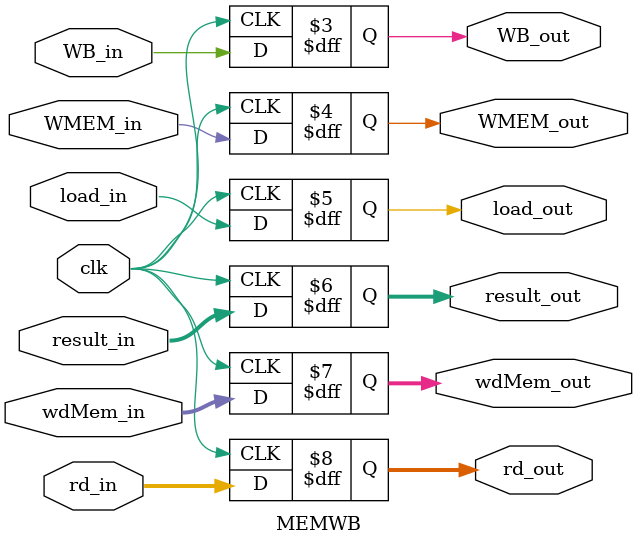
<source format=v>
module MEMWB(input clk, input WB_in, WMEM_in, load_in, input [31:0] result_in, wdMem_in, input [4:0] rd_in,
			output reg WB_out, WMEM_out, load_out, output reg [31:0] result_out, wdMem_out, output reg [4:0] rd_out);
	initial {WB_out, result_out, rd_out, WMEM_out, load_out, wdMem_out} = 72'b 0;
	always @(posedge clk) begin
		WB_out = WB_in;
		result_out = result_in;
		rd_out = rd_in;
		WMEM_out = WMEM_in;
		load_out = load_in;
		wdMem_out = wdMem_in;
	end
endmodule
</source>
